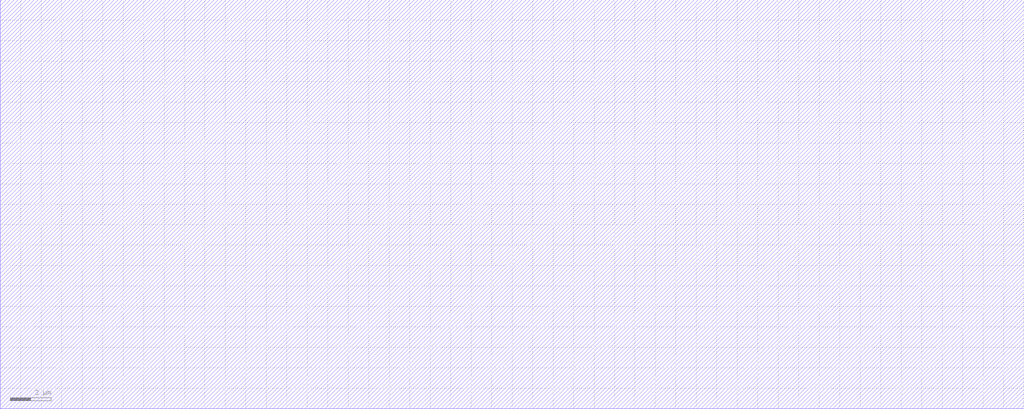
<source format=lef>
VERSION 5.4 ;
NAMESCASESENSITIVE ON ;
BUSBITCHARS "[]" ;
DIVIDERCHAR "/" ;

UNITS
  DATABASE MICRONS 2000 ;
END UNITS
MANUFACTURINGGRID 0.1 ;

LAYER M1
  TYPE ROUTING ;
  DIRECTION HORIZONTAL ;
  PITCH 0.2 ;
  WIDTH 0.1 ;
  OFFSET 0.1 ;
  AREA 0.042 ;
END M1

LAYER M2
  TYPE ROUTING ;
  DIRECTION VERTICAL ;
  PITCH 0.2 ;
  WIDTH 0.1 ;
  OFFSET 0.1 ;
  AREA 0.052 ;
END M2

SITE site1
  CLASS CORE ;
  SIZE 50 BY 20 ;
END site1

MACRO snl_bufx1
 SIZE 50 BY 20 ;
 PIN Z DIRECTION OUTPUT ; END Z
 PIN A DIRECTION INPUT ; END A
 PIN VDD DIRECTION INOUT ; USE POWER ; END VDD
 PIN VSS DIRECTION INOUT ; USE GROUND ; END VSS
END snl_bufx1

MACRO snl_bufx2
 SIZE 50 BY 20 ;
 PIN Z DIRECTION OUTPUT ; END Z
 PIN A DIRECTION INPUT ; END A
 PIN VDD DIRECTION INOUT ; USE POWER ; END VDD
 PIN VSS DIRECTION INOUT ; USE GROUND ; END VSS
END snl_bufx2

MACRO snl_invx1
 SIZE 50 BY 20 ;
 PIN ZN DIRECTION OUTPUT ; END ZN
 PIN A DIRECTION INPUT ; END A
 PIN VDD DIRECTION INOUT ; USE POWER ; END VDD
 PIN VSS DIRECTION INOUT ; USE GROUND ; END VSS
END snl_invx1

MACRO snl_and02x1
 SIZE 50 BY 20 ;
 PIN Z DIRECTION OUTPUT ; END Z
 PIN A DIRECTION INPUT ; END A
 PIN B DIRECTION INPUT ; END B
 PIN VDD DIRECTION INOUT ; USE POWER ; END VDD
 PIN VSS DIRECTION INOUT ; USE GROUND ; END VSS
END snl_and02x1

MACRO snl_nor02x1
 SIZE 50 BY 20 ;
 PIN ZN DIRECTION OUTPUT ; END ZN
 PIN A DIRECTION INPUT ; END A
 PIN B DIRECTION INPUT ; END B
 PIN VDD DIRECTION INOUT ; USE POWER ; END VDD
 PIN VSS DIRECTION INOUT ; USE GROUND ; END VSS
END snl_nor02x1

MACRO snl_ffqx1
 SIZE 50 BY 20 ;
 PIN Q DIRECTION OUTPUT ; END Q
 PIN D DIRECTION INPUT ; END D
 PIN CP DIRECTION INPUT ; END CP
 PIN VDD DIRECTION INOUT ; USE POWER ; END VDD
 PIN VSS DIRECTION INOUT ; USE GROUND ; END VSS
END snl_ffqx1

END LIBRARY

</source>
